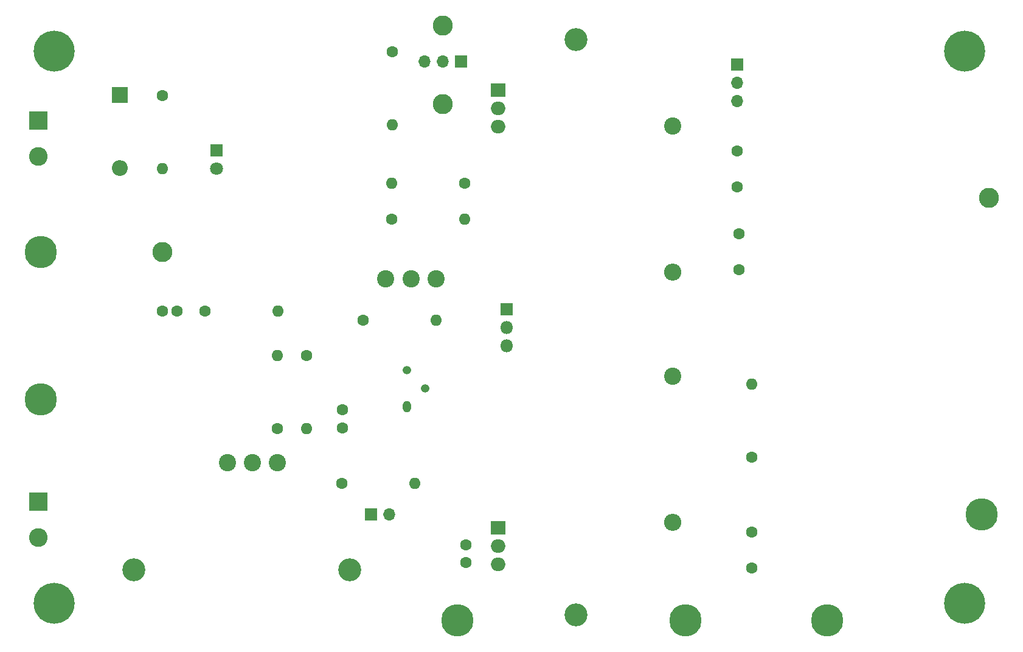
<source format=gbr>
%TF.GenerationSoftware,KiCad,Pcbnew,(7.0.0)*%
%TF.CreationDate,2023-03-04T17:30:07+02:00*%
%TF.ProjectId,amplif de putere,616d706c-6966-4206-9465-207075746572,rev?*%
%TF.SameCoordinates,Original*%
%TF.FileFunction,Soldermask,Bot*%
%TF.FilePolarity,Negative*%
%FSLAX46Y46*%
G04 Gerber Fmt 4.6, Leading zero omitted, Abs format (unit mm)*
G04 Created by KiCad (PCBNEW (7.0.0)) date 2023-03-04 17:30:07*
%MOMM*%
%LPD*%
G01*
G04 APERTURE LIST*
%ADD10R,1.800000X1.800000*%
%ADD11C,1.800000*%
%ADD12C,1.600000*%
%ADD13O,1.600000X1.600000*%
%ADD14C,5.700000*%
%ADD15C,3.600000*%
%ADD16C,2.400000*%
%ADD17C,4.500000*%
%ADD18O,2.400000X2.400000*%
%ADD19C,3.200000*%
%ADD20R,1.700000X1.700000*%
%ADD21O,1.700000X1.700000*%
%ADD22C,2.800000*%
%ADD23R,2.000000X1.905000*%
%ADD24O,2.000000X1.905000*%
%ADD25R,2.600000X2.600000*%
%ADD26C,2.600000*%
%ADD27R,2.200000X2.200000*%
%ADD28O,2.200000X2.200000*%
%ADD29O,1.800000X1.800000*%
%ADD30O,1.200000X1.600000*%
%ADD31O,1.200000X1.200000*%
G04 APERTURE END LIST*
D10*
%TO.C,D1*%
X110485874Y-70368924D03*
D11*
X110485875Y-72908925D03*
%TD*%
D12*
%TO.C,C3*%
X183250000Y-87000000D03*
X183250000Y-82000000D03*
%TD*%
%TO.C,R2*%
X119000000Y-109080000D03*
D13*
X118999999Y-98919999D03*
%TD*%
D14*
%TO.C,H1*%
X214680000Y-133400000D03*
D15*
X214680000Y-133400000D03*
%TD*%
D16*
%TO.C,P2*%
X118989602Y-113802184D03*
X115489602Y-113802184D03*
X111989602Y-113802184D03*
%TD*%
D14*
%TO.C,H3*%
X214680000Y-56600000D03*
D15*
X214680000Y-56600000D03*
%TD*%
D17*
%TO.C,TP8*%
X144000000Y-135750000D03*
%TD*%
D15*
%TO.C,H4*%
X87880000Y-133400000D03*
D14*
X87880000Y-133400000D03*
%TD*%
D16*
%TO.C,R9*%
X174000000Y-101840000D03*
D18*
X173999999Y-122159999D03*
%TD*%
D19*
%TO.C,H7*%
X160500000Y-55000000D03*
%TD*%
D16*
%TO.C,R8*%
X174000000Y-67000000D03*
D18*
X173999999Y-87319999D03*
%TD*%
D17*
%TO.C,TP7*%
X217000000Y-121000000D03*
%TD*%
D12*
%TO.C,R4*%
X130920000Y-94000000D03*
D13*
X141079999Y-93999999D03*
%TD*%
D20*
%TO.C,J1*%
X182999999Y-58474999D03*
D21*
X182999999Y-61014999D03*
X182999999Y-63554999D03*
%TD*%
D17*
%TO.C,TP6*%
X86000000Y-105000000D03*
%TD*%
D22*
%TO.C,TP4*%
X218000000Y-77000000D03*
%TD*%
D17*
%TO.C,TP9*%
X175750000Y-135750000D03*
%TD*%
D12*
%TO.C,C1*%
X103000000Y-92750000D03*
X105000000Y-92750000D03*
%TD*%
%TO.C,R7*%
X135000000Y-56670000D03*
D13*
X134999999Y-66829999D03*
%TD*%
D22*
%TO.C,TP2*%
X142000000Y-53000000D03*
%TD*%
D12*
%TO.C,R1*%
X108920000Y-92750000D03*
D13*
X119079999Y-92749999D03*
%TD*%
D12*
%TO.C,R10*%
X103000000Y-62744485D03*
D13*
X102999999Y-72904484D03*
%TD*%
D23*
%TO.C,Q3*%
X149729999Y-122919999D03*
D24*
X149729999Y-125459999D03*
X149729999Y-127999999D03*
%TD*%
D25*
%TO.C,J5*%
X85694999Y-119249999D03*
D26*
X85695000Y-124250000D03*
%TD*%
D16*
%TO.C,P1*%
X134055906Y-88264202D03*
X137555906Y-88264202D03*
X141055906Y-88264202D03*
%TD*%
D12*
%TO.C,Rcmp2*%
X185000000Y-113080000D03*
D13*
X184999999Y-102919999D03*
%TD*%
D22*
%TO.C,TP1*%
X103000000Y-84500000D03*
%TD*%
D12*
%TO.C,C2*%
X183000000Y-75500000D03*
X183000000Y-70500000D03*
%TD*%
D19*
%TO.C,H5*%
X129000000Y-128750000D03*
%TD*%
D27*
%TO.C,D2*%
X96999999Y-62669999D03*
D28*
X96999999Y-72829999D03*
%TD*%
D12*
%TO.C,R5*%
X134920000Y-80000000D03*
D13*
X145079999Y-79999999D03*
%TD*%
D14*
%TO.C,H2*%
X87880000Y-56600000D03*
D15*
X87880000Y-56600000D03*
%TD*%
D12*
%TO.C,Ccmp2*%
X145250000Y-127750000D03*
X145250000Y-125250000D03*
%TD*%
%TO.C,R6*%
X145080000Y-75000000D03*
D13*
X134919999Y-74999999D03*
%TD*%
D10*
%TO.C,Q4*%
X150879999Y-92459999D03*
D29*
X150879999Y-94999999D03*
X150879999Y-97539999D03*
%TD*%
D12*
%TO.C,R3*%
X123000000Y-98920000D03*
D13*
X122999999Y-109079999D03*
%TD*%
D17*
%TO.C,TP5*%
X195500000Y-135750000D03*
%TD*%
D19*
%TO.C,H6*%
X160500000Y-135000000D03*
%TD*%
D20*
%TO.C,J3*%
X131999999Y-120999999D03*
D21*
X134539999Y-120999999D03*
%TD*%
D12*
%TO.C,Ccmp3*%
X185000000Y-128500000D03*
X185000000Y-123500000D03*
%TD*%
D25*
%TO.C,J4*%
X85694999Y-66249999D03*
D26*
X85695000Y-71250000D03*
%TD*%
D20*
%TO.C,J2*%
X144499999Y-57999999D03*
D21*
X141959999Y-57999999D03*
X139419999Y-57999999D03*
%TD*%
D22*
%TO.C,TP3*%
X141975000Y-64000000D03*
%TD*%
D17*
%TO.C,J6*%
X86029188Y-84500000D03*
%TD*%
D12*
%TO.C,Rcmp1*%
X127920000Y-116750000D03*
D13*
X138079999Y-116749999D03*
%TD*%
D19*
%TO.C,H8*%
X99000000Y-128750000D03*
%TD*%
D12*
%TO.C,Ccmp1*%
X128000000Y-109000000D03*
X128000000Y-106500000D03*
%TD*%
D30*
%TO.C,Q1*%
X136999999Y-105999999D03*
D31*
X139539999Y-103459999D03*
X136999999Y-100919999D03*
%TD*%
D23*
%TO.C,Q2*%
X149729999Y-61999999D03*
D24*
X149729999Y-64539999D03*
X149729999Y-67079999D03*
%TD*%
M02*

</source>
